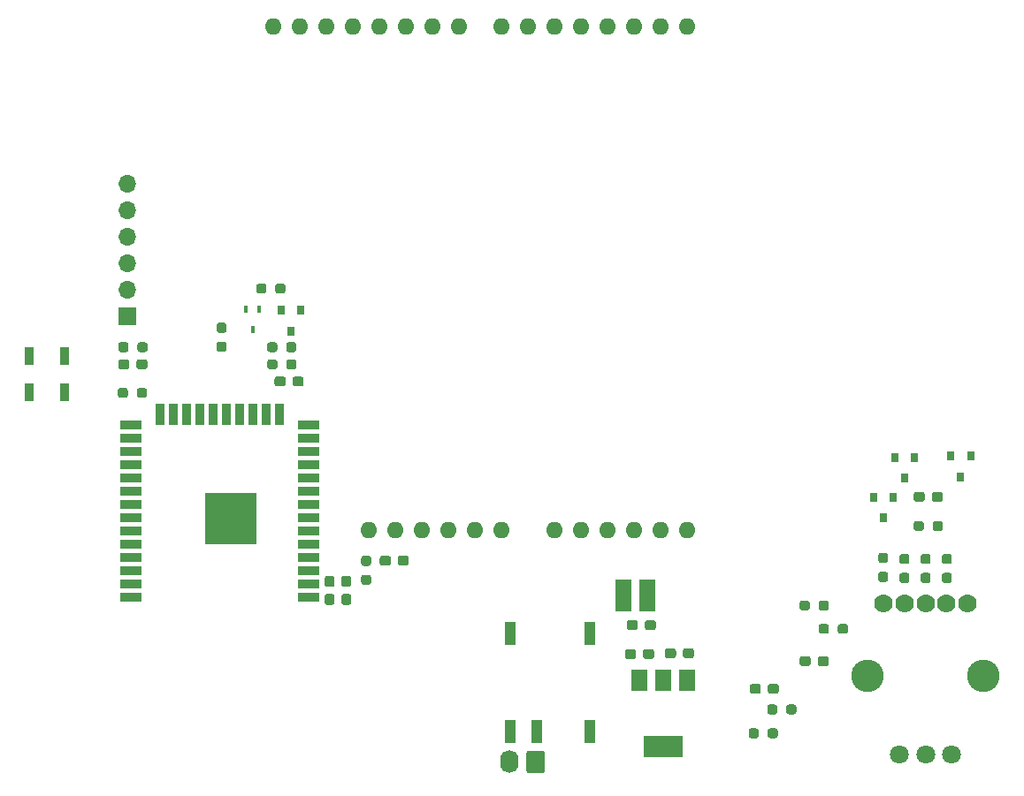
<source format=gbr>
%TF.GenerationSoftware,KiCad,Pcbnew,(5.1.7)-1*%
%TF.CreationDate,2020-12-15T16:08:46+01:00*%
%TF.ProjectId,EZ-PY32,455a2d50-5933-4322-9e6b-696361645f70,rev?*%
%TF.SameCoordinates,Original*%
%TF.FileFunction,Soldermask,Top*%
%TF.FilePolarity,Negative*%
%FSLAX46Y46*%
G04 Gerber Fmt 4.6, Leading zero omitted, Abs format (unit mm)*
G04 Created by KiCad (PCBNEW (5.1.7)-1) date 2020-12-15 16:08:46*
%MOMM*%
%LPD*%
G01*
G04 APERTURE LIST*
%ADD10C,1.800000*%
%ADD11C,1.778000*%
%ADD12C,3.116000*%
%ADD13O,1.600000X1.600000*%
%ADD14R,1.000000X2.300000*%
%ADD15R,5.000000X5.000000*%
%ADD16R,2.000000X0.900000*%
%ADD17R,0.900000X2.000000*%
%ADD18R,0.900000X1.700000*%
%ADD19R,1.500000X2.000000*%
%ADD20R,3.800000X2.000000*%
%ADD21R,0.800000X0.900000*%
%ADD22R,0.450000X0.700000*%
%ADD23O,1.740000X2.190000*%
%ADD24R,1.700000X1.700000*%
%ADD25O,1.700000X1.700000*%
%ADD26R,1.520000X3.050000*%
G04 APERTURE END LIST*
D10*
%TO.C,S1*%
X113260500Y-116974000D03*
X115760500Y-116974000D03*
X118260500Y-116974000D03*
D11*
X115760500Y-102474000D03*
X113760500Y-102474000D03*
D12*
X110210500Y-109474000D03*
X121310500Y-109474000D03*
D11*
X117760500Y-102474000D03*
X111760500Y-102474000D03*
X119760500Y-102474000D03*
%TD*%
%TO.C,C4*%
G36*
G01*
X89945360Y-104354380D02*
X89945360Y-104829380D01*
G75*
G02*
X89707860Y-105066880I-237500J0D01*
G01*
X89107860Y-105066880D01*
G75*
G02*
X88870360Y-104829380I0J237500D01*
G01*
X88870360Y-104354380D01*
G75*
G02*
X89107860Y-104116880I237500J0D01*
G01*
X89707860Y-104116880D01*
G75*
G02*
X89945360Y-104354380I0J-237500D01*
G01*
G37*
G36*
G01*
X88220360Y-104354380D02*
X88220360Y-104829380D01*
G75*
G02*
X87982860Y-105066880I-237500J0D01*
G01*
X87382860Y-105066880D01*
G75*
G02*
X87145360Y-104829380I0J237500D01*
G01*
X87145360Y-104354380D01*
G75*
G02*
X87382860Y-104116880I237500J0D01*
G01*
X87982860Y-104116880D01*
G75*
G02*
X88220360Y-104354380I0J-237500D01*
G01*
G37*
%TD*%
D13*
%TO.C,U4*%
X67513200Y-95504000D03*
X92913200Y-47244000D03*
X82753200Y-47244000D03*
X58373200Y-47244000D03*
X60913200Y-47244000D03*
X65993200Y-47244000D03*
X62433200Y-95504000D03*
X72593200Y-95504000D03*
X75133200Y-95504000D03*
X82753200Y-95504000D03*
X90373200Y-95504000D03*
X68533200Y-47244000D03*
X92913200Y-95504000D03*
X53293200Y-47244000D03*
X71073200Y-47244000D03*
X85293200Y-47244000D03*
X80213200Y-95504000D03*
X87833200Y-47244000D03*
X64973200Y-95504000D03*
X70053200Y-95504000D03*
X55833200Y-47244000D03*
X63453200Y-47244000D03*
X80213200Y-47244000D03*
X77673200Y-47244000D03*
X85293200Y-95504000D03*
X90373200Y-47244000D03*
X75133200Y-47244000D03*
X87833200Y-95504000D03*
%TD*%
D14*
%TO.C,U1*%
X76009500Y-114785500D03*
X78549500Y-114785500D03*
X83629500Y-114785500D03*
X76009500Y-105385500D03*
X83629500Y-105385500D03*
%TD*%
%TO.C,R10*%
G36*
G01*
X54539700Y-79843000D02*
X54539700Y-79368000D01*
G75*
G02*
X54777200Y-79130500I237500J0D01*
G01*
X55277200Y-79130500D01*
G75*
G02*
X55514700Y-79368000I0J-237500D01*
G01*
X55514700Y-79843000D01*
G75*
G02*
X55277200Y-80080500I-237500J0D01*
G01*
X54777200Y-80080500D01*
G75*
G02*
X54539700Y-79843000I0J237500D01*
G01*
G37*
G36*
G01*
X52714700Y-79843000D02*
X52714700Y-79368000D01*
G75*
G02*
X52952200Y-79130500I237500J0D01*
G01*
X53452200Y-79130500D01*
G75*
G02*
X53689700Y-79368000I0J-237500D01*
G01*
X53689700Y-79843000D01*
G75*
G02*
X53452200Y-80080500I-237500J0D01*
G01*
X52952200Y-80080500D01*
G75*
G02*
X52714700Y-79843000I0J237500D01*
G01*
G37*
%TD*%
%TO.C,R6*%
G36*
G01*
X113491000Y-99588500D02*
X113966000Y-99588500D01*
G75*
G02*
X114203500Y-99826000I0J-237500D01*
G01*
X114203500Y-100326000D01*
G75*
G02*
X113966000Y-100563500I-237500J0D01*
G01*
X113491000Y-100563500D01*
G75*
G02*
X113253500Y-100326000I0J237500D01*
G01*
X113253500Y-99826000D01*
G75*
G02*
X113491000Y-99588500I237500J0D01*
G01*
G37*
G36*
G01*
X113491000Y-97763500D02*
X113966000Y-97763500D01*
G75*
G02*
X114203500Y-98001000I0J-237500D01*
G01*
X114203500Y-98501000D01*
G75*
G02*
X113966000Y-98738500I-237500J0D01*
G01*
X113491000Y-98738500D01*
G75*
G02*
X113253500Y-98501000I0J237500D01*
G01*
X113253500Y-98001000D01*
G75*
G02*
X113491000Y-97763500I237500J0D01*
G01*
G37*
%TD*%
%TO.C,R5*%
G36*
G01*
X111459000Y-99485000D02*
X111934000Y-99485000D01*
G75*
G02*
X112171500Y-99722500I0J-237500D01*
G01*
X112171500Y-100222500D01*
G75*
G02*
X111934000Y-100460000I-237500J0D01*
G01*
X111459000Y-100460000D01*
G75*
G02*
X111221500Y-100222500I0J237500D01*
G01*
X111221500Y-99722500D01*
G75*
G02*
X111459000Y-99485000I237500J0D01*
G01*
G37*
G36*
G01*
X111459000Y-97660000D02*
X111934000Y-97660000D01*
G75*
G02*
X112171500Y-97897500I0J-237500D01*
G01*
X112171500Y-98397500D01*
G75*
G02*
X111934000Y-98635000I-237500J0D01*
G01*
X111459000Y-98635000D01*
G75*
G02*
X111221500Y-98397500I0J237500D01*
G01*
X111221500Y-97897500D01*
G75*
G02*
X111459000Y-97660000I237500J0D01*
G01*
G37*
%TD*%
D15*
%TO.C,U3*%
X49196500Y-94417500D03*
D16*
X56696500Y-101917500D03*
X56696500Y-100647500D03*
X56696500Y-99377500D03*
X56696500Y-98107500D03*
X56696500Y-96837500D03*
X56696500Y-95567500D03*
X56696500Y-94297500D03*
X56696500Y-93027500D03*
X56696500Y-91757500D03*
X56696500Y-90487500D03*
X56696500Y-89217500D03*
X56696500Y-87947500D03*
X56696500Y-86677500D03*
X56696500Y-85407500D03*
D17*
X53911500Y-84407500D03*
X52641500Y-84407500D03*
X51371500Y-84407500D03*
X50101500Y-84407500D03*
X48831500Y-84407500D03*
X47561500Y-84407500D03*
X46291500Y-84407500D03*
X45021500Y-84407500D03*
X43751500Y-84407500D03*
X42481500Y-84407500D03*
D16*
X39696500Y-85407500D03*
X39696500Y-86677500D03*
X39696500Y-87947500D03*
X39696500Y-89217500D03*
X39696500Y-90487500D03*
X39696500Y-91757500D03*
X39696500Y-93027500D03*
X39696500Y-94297500D03*
X39696500Y-95567500D03*
X39696500Y-96837500D03*
X39696500Y-98107500D03*
X39696500Y-99377500D03*
X39696500Y-100647500D03*
X39696500Y-101917500D03*
%TD*%
D18*
%TO.C,SW1*%
X33323000Y-78803500D03*
X29923000Y-78803500D03*
%TD*%
%TO.C,R14*%
G36*
G01*
X39440300Y-77717000D02*
X39440300Y-78192000D01*
G75*
G02*
X39202800Y-78429500I-237500J0D01*
G01*
X38702800Y-78429500D01*
G75*
G02*
X38465300Y-78192000I0J237500D01*
G01*
X38465300Y-77717000D01*
G75*
G02*
X38702800Y-77479500I237500J0D01*
G01*
X39202800Y-77479500D01*
G75*
G02*
X39440300Y-77717000I0J-237500D01*
G01*
G37*
G36*
G01*
X41265300Y-77717000D02*
X41265300Y-78192000D01*
G75*
G02*
X41027800Y-78429500I-237500J0D01*
G01*
X40527800Y-78429500D01*
G75*
G02*
X40290300Y-78192000I0J237500D01*
G01*
X40290300Y-77717000D01*
G75*
G02*
X40527800Y-77479500I237500J0D01*
G01*
X41027800Y-77479500D01*
G75*
G02*
X41265300Y-77717000I0J-237500D01*
G01*
G37*
%TD*%
%TO.C,C3*%
G36*
G01*
X116339500Y-92543000D02*
X116339500Y-92068000D01*
G75*
G02*
X116577000Y-91830500I237500J0D01*
G01*
X117177000Y-91830500D01*
G75*
G02*
X117414500Y-92068000I0J-237500D01*
G01*
X117414500Y-92543000D01*
G75*
G02*
X117177000Y-92780500I-237500J0D01*
G01*
X116577000Y-92780500D01*
G75*
G02*
X116339500Y-92543000I0J237500D01*
G01*
G37*
G36*
G01*
X114614500Y-92543000D02*
X114614500Y-92068000D01*
G75*
G02*
X114852000Y-91830500I237500J0D01*
G01*
X115452000Y-91830500D01*
G75*
G02*
X115689500Y-92068000I0J-237500D01*
G01*
X115689500Y-92543000D01*
G75*
G02*
X115452000Y-92780500I-237500J0D01*
G01*
X114852000Y-92780500D01*
G75*
G02*
X114614500Y-92543000I0J237500D01*
G01*
G37*
%TD*%
%TO.C,C9*%
G36*
G01*
X39540300Y-79368000D02*
X39540300Y-79843000D01*
G75*
G02*
X39302800Y-80080500I-237500J0D01*
G01*
X38702800Y-80080500D01*
G75*
G02*
X38465300Y-79843000I0J237500D01*
G01*
X38465300Y-79368000D01*
G75*
G02*
X38702800Y-79130500I237500J0D01*
G01*
X39302800Y-79130500D01*
G75*
G02*
X39540300Y-79368000I0J-237500D01*
G01*
G37*
G36*
G01*
X41265300Y-79368000D02*
X41265300Y-79843000D01*
G75*
G02*
X41027800Y-80080500I-237500J0D01*
G01*
X40427800Y-80080500D01*
G75*
G02*
X40190300Y-79843000I0J237500D01*
G01*
X40190300Y-79368000D01*
G75*
G02*
X40427800Y-79130500I237500J0D01*
G01*
X41027800Y-79130500D01*
G75*
G02*
X41265300Y-79368000I0J-237500D01*
G01*
G37*
%TD*%
%TO.C,R11*%
G36*
G01*
X53689700Y-77717000D02*
X53689700Y-78192000D01*
G75*
G02*
X53452200Y-78429500I-237500J0D01*
G01*
X52952200Y-78429500D01*
G75*
G02*
X52714700Y-78192000I0J237500D01*
G01*
X52714700Y-77717000D01*
G75*
G02*
X52952200Y-77479500I237500J0D01*
G01*
X53452200Y-77479500D01*
G75*
G02*
X53689700Y-77717000I0J-237500D01*
G01*
G37*
G36*
G01*
X55514700Y-77717000D02*
X55514700Y-78192000D01*
G75*
G02*
X55277200Y-78429500I-237500J0D01*
G01*
X54777200Y-78429500D01*
G75*
G02*
X54539700Y-78192000I0J237500D01*
G01*
X54539700Y-77717000D01*
G75*
G02*
X54777200Y-77479500I237500J0D01*
G01*
X55277200Y-77479500D01*
G75*
G02*
X55514700Y-77717000I0J-237500D01*
G01*
G37*
%TD*%
%TO.C,R15*%
G36*
G01*
X39389500Y-82111200D02*
X39389500Y-82586200D01*
G75*
G02*
X39152000Y-82823700I-237500J0D01*
G01*
X38652000Y-82823700D01*
G75*
G02*
X38414500Y-82586200I0J237500D01*
G01*
X38414500Y-82111200D01*
G75*
G02*
X38652000Y-81873700I237500J0D01*
G01*
X39152000Y-81873700D01*
G75*
G02*
X39389500Y-82111200I0J-237500D01*
G01*
G37*
G36*
G01*
X41214500Y-82111200D02*
X41214500Y-82586200D01*
G75*
G02*
X40977000Y-82823700I-237500J0D01*
G01*
X40477000Y-82823700D01*
G75*
G02*
X40239500Y-82586200I0J237500D01*
G01*
X40239500Y-82111200D01*
G75*
G02*
X40477000Y-81873700I237500J0D01*
G01*
X40977000Y-81873700D01*
G75*
G02*
X41214500Y-82111200I0J-237500D01*
G01*
G37*
%TD*%
%TO.C,C1*%
G36*
G01*
X99992300Y-110457600D02*
X99992300Y-110932600D01*
G75*
G02*
X99754800Y-111170100I-237500J0D01*
G01*
X99154800Y-111170100D01*
G75*
G02*
X98917300Y-110932600I0J237500D01*
G01*
X98917300Y-110457600D01*
G75*
G02*
X99154800Y-110220100I237500J0D01*
G01*
X99754800Y-110220100D01*
G75*
G02*
X99992300Y-110457600I0J-237500D01*
G01*
G37*
G36*
G01*
X101717300Y-110457600D02*
X101717300Y-110932600D01*
G75*
G02*
X101479800Y-111170100I-237500J0D01*
G01*
X100879800Y-111170100D01*
G75*
G02*
X100642300Y-110932600I0J237500D01*
G01*
X100642300Y-110457600D01*
G75*
G02*
X100879800Y-110220100I237500J0D01*
G01*
X101479800Y-110220100D01*
G75*
G02*
X101717300Y-110457600I0J-237500D01*
G01*
G37*
%TD*%
%TO.C,C2*%
G36*
G01*
X104767500Y-107816000D02*
X104767500Y-108291000D01*
G75*
G02*
X104530000Y-108528500I-237500J0D01*
G01*
X103930000Y-108528500D01*
G75*
G02*
X103692500Y-108291000I0J237500D01*
G01*
X103692500Y-107816000D01*
G75*
G02*
X103930000Y-107578500I237500J0D01*
G01*
X104530000Y-107578500D01*
G75*
G02*
X104767500Y-107816000I0J-237500D01*
G01*
G37*
G36*
G01*
X106492500Y-107816000D02*
X106492500Y-108291000D01*
G75*
G02*
X106255000Y-108528500I-237500J0D01*
G01*
X105655000Y-108528500D01*
G75*
G02*
X105417500Y-108291000I0J237500D01*
G01*
X105417500Y-107816000D01*
G75*
G02*
X105655000Y-107578500I237500J0D01*
G01*
X106255000Y-107578500D01*
G75*
G02*
X106492500Y-107816000I0J-237500D01*
G01*
G37*
%TD*%
%TO.C,C6*%
G36*
G01*
X88045360Y-107129380D02*
X88045360Y-107604380D01*
G75*
G02*
X87807860Y-107841880I-237500J0D01*
G01*
X87207860Y-107841880D01*
G75*
G02*
X86970360Y-107604380I0J237500D01*
G01*
X86970360Y-107129380D01*
G75*
G02*
X87207860Y-106891880I237500J0D01*
G01*
X87807860Y-106891880D01*
G75*
G02*
X88045360Y-107129380I0J-237500D01*
G01*
G37*
G36*
G01*
X89770360Y-107129380D02*
X89770360Y-107604380D01*
G75*
G02*
X89532860Y-107841880I-237500J0D01*
G01*
X88932860Y-107841880D01*
G75*
G02*
X88695360Y-107604380I0J237500D01*
G01*
X88695360Y-107129380D01*
G75*
G02*
X88932860Y-106891880I237500J0D01*
G01*
X89532860Y-106891880D01*
G75*
G02*
X89770360Y-107129380I0J-237500D01*
G01*
G37*
%TD*%
%TO.C,C7*%
G36*
G01*
X92520360Y-107529380D02*
X92520360Y-107054380D01*
G75*
G02*
X92757860Y-106816880I237500J0D01*
G01*
X93357860Y-106816880D01*
G75*
G02*
X93595360Y-107054380I0J-237500D01*
G01*
X93595360Y-107529380D01*
G75*
G02*
X93357860Y-107766880I-237500J0D01*
G01*
X92757860Y-107766880D01*
G75*
G02*
X92520360Y-107529380I0J237500D01*
G01*
G37*
G36*
G01*
X90795360Y-107529380D02*
X90795360Y-107054380D01*
G75*
G02*
X91032860Y-106816880I237500J0D01*
G01*
X91632860Y-106816880D01*
G75*
G02*
X91870360Y-107054380I0J-237500D01*
G01*
X91870360Y-107529380D01*
G75*
G02*
X91632860Y-107766880I-237500J0D01*
G01*
X91032860Y-107766880D01*
G75*
G02*
X90795360Y-107529380I0J237500D01*
G01*
G37*
%TD*%
%TO.C,C8*%
G36*
G01*
X54495360Y-81004380D02*
X54495360Y-81479380D01*
G75*
G02*
X54257860Y-81716880I-237500J0D01*
G01*
X53657860Y-81716880D01*
G75*
G02*
X53420360Y-81479380I0J237500D01*
G01*
X53420360Y-81004380D01*
G75*
G02*
X53657860Y-80766880I237500J0D01*
G01*
X54257860Y-80766880D01*
G75*
G02*
X54495360Y-81004380I0J-237500D01*
G01*
G37*
G36*
G01*
X56220360Y-81004380D02*
X56220360Y-81479380D01*
G75*
G02*
X55982860Y-81716880I-237500J0D01*
G01*
X55382860Y-81716880D01*
G75*
G02*
X55145360Y-81479380I0J237500D01*
G01*
X55145360Y-81004380D01*
G75*
G02*
X55382860Y-80766880I237500J0D01*
G01*
X55982860Y-80766880D01*
G75*
G02*
X56220360Y-81004380I0J-237500D01*
G01*
G37*
%TD*%
%TO.C,C10*%
G36*
G01*
X60057860Y-101591880D02*
X60532860Y-101591880D01*
G75*
G02*
X60770360Y-101829380I0J-237500D01*
G01*
X60770360Y-102429380D01*
G75*
G02*
X60532860Y-102666880I-237500J0D01*
G01*
X60057860Y-102666880D01*
G75*
G02*
X59820360Y-102429380I0J237500D01*
G01*
X59820360Y-101829380D01*
G75*
G02*
X60057860Y-101591880I237500J0D01*
G01*
G37*
G36*
G01*
X60057860Y-99866880D02*
X60532860Y-99866880D01*
G75*
G02*
X60770360Y-100104380I0J-237500D01*
G01*
X60770360Y-100704380D01*
G75*
G02*
X60532860Y-100941880I-237500J0D01*
G01*
X60057860Y-100941880D01*
G75*
G02*
X59820360Y-100704380I0J237500D01*
G01*
X59820360Y-100104380D01*
G75*
G02*
X60057860Y-99866880I237500J0D01*
G01*
G37*
%TD*%
%TO.C,C12*%
G36*
G01*
X58457860Y-101591880D02*
X58932860Y-101591880D01*
G75*
G02*
X59170360Y-101829380I0J-237500D01*
G01*
X59170360Y-102429380D01*
G75*
G02*
X58932860Y-102666880I-237500J0D01*
G01*
X58457860Y-102666880D01*
G75*
G02*
X58220360Y-102429380I0J237500D01*
G01*
X58220360Y-101829380D01*
G75*
G02*
X58457860Y-101591880I237500J0D01*
G01*
G37*
G36*
G01*
X58457860Y-99866880D02*
X58932860Y-99866880D01*
G75*
G02*
X59170360Y-100104380I0J-237500D01*
G01*
X59170360Y-100704380D01*
G75*
G02*
X58932860Y-100941880I-237500J0D01*
G01*
X58457860Y-100941880D01*
G75*
G02*
X58220360Y-100704380I0J237500D01*
G01*
X58220360Y-100104380D01*
G75*
G02*
X58457860Y-99866880I237500J0D01*
G01*
G37*
%TD*%
%TO.C,R1*%
G36*
G01*
X102418700Y-112913800D02*
X102418700Y-112438800D01*
G75*
G02*
X102656200Y-112201300I237500J0D01*
G01*
X103156200Y-112201300D01*
G75*
G02*
X103393700Y-112438800I0J-237500D01*
G01*
X103393700Y-112913800D01*
G75*
G02*
X103156200Y-113151300I-237500J0D01*
G01*
X102656200Y-113151300D01*
G75*
G02*
X102418700Y-112913800I0J237500D01*
G01*
G37*
G36*
G01*
X100593700Y-112913800D02*
X100593700Y-112438800D01*
G75*
G02*
X100831200Y-112201300I237500J0D01*
G01*
X101331200Y-112201300D01*
G75*
G02*
X101568700Y-112438800I0J-237500D01*
G01*
X101568700Y-112913800D01*
G75*
G02*
X101331200Y-113151300I-237500J0D01*
G01*
X100831200Y-113151300D01*
G75*
G02*
X100593700Y-112913800I0J237500D01*
G01*
G37*
%TD*%
%TO.C,R2*%
G36*
G01*
X107346300Y-105192200D02*
X107346300Y-104717200D01*
G75*
G02*
X107583800Y-104479700I237500J0D01*
G01*
X108083800Y-104479700D01*
G75*
G02*
X108321300Y-104717200I0J-237500D01*
G01*
X108321300Y-105192200D01*
G75*
G02*
X108083800Y-105429700I-237500J0D01*
G01*
X107583800Y-105429700D01*
G75*
G02*
X107346300Y-105192200I0J237500D01*
G01*
G37*
G36*
G01*
X105521300Y-105192200D02*
X105521300Y-104717200D01*
G75*
G02*
X105758800Y-104479700I237500J0D01*
G01*
X106258800Y-104479700D01*
G75*
G02*
X106496300Y-104717200I0J-237500D01*
G01*
X106496300Y-105192200D01*
G75*
G02*
X106258800Y-105429700I-237500J0D01*
G01*
X105758800Y-105429700D01*
G75*
G02*
X105521300Y-105192200I0J237500D01*
G01*
G37*
%TD*%
%TO.C,R3*%
G36*
G01*
X100640700Y-115199800D02*
X100640700Y-114724800D01*
G75*
G02*
X100878200Y-114487300I237500J0D01*
G01*
X101378200Y-114487300D01*
G75*
G02*
X101615700Y-114724800I0J-237500D01*
G01*
X101615700Y-115199800D01*
G75*
G02*
X101378200Y-115437300I-237500J0D01*
G01*
X100878200Y-115437300D01*
G75*
G02*
X100640700Y-115199800I0J237500D01*
G01*
G37*
G36*
G01*
X98815700Y-115199800D02*
X98815700Y-114724800D01*
G75*
G02*
X99053200Y-114487300I237500J0D01*
G01*
X99553200Y-114487300D01*
G75*
G02*
X99790700Y-114724800I0J-237500D01*
G01*
X99790700Y-115199800D01*
G75*
G02*
X99553200Y-115437300I-237500J0D01*
G01*
X99053200Y-115437300D01*
G75*
G02*
X98815700Y-115199800I0J237500D01*
G01*
G37*
%TD*%
%TO.C,R4*%
G36*
G01*
X104667500Y-102482000D02*
X104667500Y-102957000D01*
G75*
G02*
X104430000Y-103194500I-237500J0D01*
G01*
X103930000Y-103194500D01*
G75*
G02*
X103692500Y-102957000I0J237500D01*
G01*
X103692500Y-102482000D01*
G75*
G02*
X103930000Y-102244500I237500J0D01*
G01*
X104430000Y-102244500D01*
G75*
G02*
X104667500Y-102482000I0J-237500D01*
G01*
G37*
G36*
G01*
X106492500Y-102482000D02*
X106492500Y-102957000D01*
G75*
G02*
X106255000Y-103194500I-237500J0D01*
G01*
X105755000Y-103194500D01*
G75*
G02*
X105517500Y-102957000I0J237500D01*
G01*
X105517500Y-102482000D01*
G75*
G02*
X105755000Y-102244500I237500J0D01*
G01*
X106255000Y-102244500D01*
G75*
G02*
X106492500Y-102482000I0J-237500D01*
G01*
G37*
%TD*%
%TO.C,R8*%
G36*
G01*
X115523000Y-99588500D02*
X115998000Y-99588500D01*
G75*
G02*
X116235500Y-99826000I0J-237500D01*
G01*
X116235500Y-100326000D01*
G75*
G02*
X115998000Y-100563500I-237500J0D01*
G01*
X115523000Y-100563500D01*
G75*
G02*
X115285500Y-100326000I0J237500D01*
G01*
X115285500Y-99826000D01*
G75*
G02*
X115523000Y-99588500I237500J0D01*
G01*
G37*
G36*
G01*
X115523000Y-97763500D02*
X115998000Y-97763500D01*
G75*
G02*
X116235500Y-98001000I0J-237500D01*
G01*
X116235500Y-98501000D01*
G75*
G02*
X115998000Y-98738500I-237500J0D01*
G01*
X115523000Y-98738500D01*
G75*
G02*
X115285500Y-98501000I0J237500D01*
G01*
X115285500Y-98001000D01*
G75*
G02*
X115523000Y-97763500I237500J0D01*
G01*
G37*
%TD*%
%TO.C,R9*%
G36*
G01*
X116439500Y-95337000D02*
X116439500Y-94862000D01*
G75*
G02*
X116677000Y-94624500I237500J0D01*
G01*
X117177000Y-94624500D01*
G75*
G02*
X117414500Y-94862000I0J-237500D01*
G01*
X117414500Y-95337000D01*
G75*
G02*
X117177000Y-95574500I-237500J0D01*
G01*
X116677000Y-95574500D01*
G75*
G02*
X116439500Y-95337000I0J237500D01*
G01*
G37*
G36*
G01*
X114614500Y-95337000D02*
X114614500Y-94862000D01*
G75*
G02*
X114852000Y-94624500I237500J0D01*
G01*
X115352000Y-94624500D01*
G75*
G02*
X115589500Y-94862000I0J-237500D01*
G01*
X115589500Y-95337000D01*
G75*
G02*
X115352000Y-95574500I-237500J0D01*
G01*
X114852000Y-95574500D01*
G75*
G02*
X114614500Y-95337000I0J237500D01*
G01*
G37*
%TD*%
%TO.C,R7*%
G36*
G01*
X117555000Y-99588500D02*
X118030000Y-99588500D01*
G75*
G02*
X118267500Y-99826000I0J-237500D01*
G01*
X118267500Y-100326000D01*
G75*
G02*
X118030000Y-100563500I-237500J0D01*
G01*
X117555000Y-100563500D01*
G75*
G02*
X117317500Y-100326000I0J237500D01*
G01*
X117317500Y-99826000D01*
G75*
G02*
X117555000Y-99588500I237500J0D01*
G01*
G37*
G36*
G01*
X117555000Y-97763500D02*
X118030000Y-97763500D01*
G75*
G02*
X118267500Y-98001000I0J-237500D01*
G01*
X118267500Y-98501000D01*
G75*
G02*
X118030000Y-98738500I-237500J0D01*
G01*
X117555000Y-98738500D01*
G75*
G02*
X117317500Y-98501000I0J237500D01*
G01*
X117317500Y-98001000D01*
G75*
G02*
X117555000Y-97763500I237500J0D01*
G01*
G37*
%TD*%
D19*
%TO.C,U2*%
X92964500Y-109892500D03*
X88364500Y-109892500D03*
X90664500Y-109892500D03*
D20*
X90664500Y-116192500D03*
%TD*%
D21*
%TO.C,Q4*%
X55003700Y-76414500D03*
X54053700Y-74414500D03*
X55953700Y-74414500D03*
%TD*%
D22*
%TO.C,Q5*%
X51320700Y-76287500D03*
X50670700Y-74287500D03*
X51970700Y-74287500D03*
%TD*%
%TO.C,R12*%
G36*
G01*
X48111400Y-77439700D02*
X48586400Y-77439700D01*
G75*
G02*
X48823900Y-77677200I0J-237500D01*
G01*
X48823900Y-78177200D01*
G75*
G02*
X48586400Y-78414700I-237500J0D01*
G01*
X48111400Y-78414700D01*
G75*
G02*
X47873900Y-78177200I0J237500D01*
G01*
X47873900Y-77677200D01*
G75*
G02*
X48111400Y-77439700I237500J0D01*
G01*
G37*
G36*
G01*
X48111400Y-75614700D02*
X48586400Y-75614700D01*
G75*
G02*
X48823900Y-75852200I0J-237500D01*
G01*
X48823900Y-76352200D01*
G75*
G02*
X48586400Y-76589700I-237500J0D01*
G01*
X48111400Y-76589700D01*
G75*
G02*
X47873900Y-76352200I0J237500D01*
G01*
X47873900Y-75852200D01*
G75*
G02*
X48111400Y-75614700I237500J0D01*
G01*
G37*
%TD*%
%TO.C,R13*%
G36*
G01*
X54473300Y-72103600D02*
X54473300Y-72578600D01*
G75*
G02*
X54235800Y-72816100I-237500J0D01*
G01*
X53735800Y-72816100D01*
G75*
G02*
X53498300Y-72578600I0J237500D01*
G01*
X53498300Y-72103600D01*
G75*
G02*
X53735800Y-71866100I237500J0D01*
G01*
X54235800Y-71866100D01*
G75*
G02*
X54473300Y-72103600I0J-237500D01*
G01*
G37*
G36*
G01*
X52648300Y-72103600D02*
X52648300Y-72578600D01*
G75*
G02*
X52410800Y-72816100I-237500J0D01*
G01*
X51910800Y-72816100D01*
G75*
G02*
X51673300Y-72578600I0J237500D01*
G01*
X51673300Y-72103600D01*
G75*
G02*
X51910800Y-71866100I237500J0D01*
G01*
X52410800Y-71866100D01*
G75*
G02*
X52648300Y-72103600I0J-237500D01*
G01*
G37*
%TD*%
%TO.C,J1*%
G36*
G01*
X79292500Y-116860499D02*
X79292500Y-118550501D01*
G75*
G02*
X79042501Y-118800500I-249999J0D01*
G01*
X77802499Y-118800500D01*
G75*
G02*
X77552500Y-118550501I0J249999D01*
G01*
X77552500Y-116860499D01*
G75*
G02*
X77802499Y-116610500I249999J0D01*
G01*
X79042501Y-116610500D01*
G75*
G02*
X79292500Y-116860499I0J-249999D01*
G01*
G37*
D23*
X75882500Y-117705500D03*
%TD*%
D24*
%TO.C,J2*%
X39370000Y-74993500D03*
D25*
X39370000Y-72453500D03*
X39370000Y-69913500D03*
X39370000Y-67373500D03*
X39370000Y-64833500D03*
X39370000Y-62293500D03*
%TD*%
D21*
%TO.C,Q1*%
X120063300Y-88375100D03*
X118163300Y-88375100D03*
X119113300Y-90375100D03*
%TD*%
%TO.C,Q2*%
X113728500Y-90511500D03*
X112778500Y-88511500D03*
X114678500Y-88511500D03*
%TD*%
%TO.C,Q3*%
X112646500Y-92321500D03*
X110746500Y-92321500D03*
X111696500Y-94321500D03*
%TD*%
D18*
%TO.C,SW2*%
X29923000Y-82296000D03*
X33323000Y-82296000D03*
%TD*%
%TO.C,C5*%
G36*
G01*
X65220360Y-98654380D02*
X65220360Y-98179380D01*
G75*
G02*
X65457860Y-97941880I237500J0D01*
G01*
X66057860Y-97941880D01*
G75*
G02*
X66295360Y-98179380I0J-237500D01*
G01*
X66295360Y-98654380D01*
G75*
G02*
X66057860Y-98891880I-237500J0D01*
G01*
X65457860Y-98891880D01*
G75*
G02*
X65220360Y-98654380I0J237500D01*
G01*
G37*
G36*
G01*
X63495360Y-98654380D02*
X63495360Y-98179380D01*
G75*
G02*
X63732860Y-97941880I237500J0D01*
G01*
X64332860Y-97941880D01*
G75*
G02*
X64570360Y-98179380I0J-237500D01*
G01*
X64570360Y-98654380D01*
G75*
G02*
X64332860Y-98891880I-237500J0D01*
G01*
X63732860Y-98891880D01*
G75*
G02*
X63495360Y-98654380I0J237500D01*
G01*
G37*
%TD*%
%TO.C,R17*%
G36*
G01*
X62432860Y-100741880D02*
X61957860Y-100741880D01*
G75*
G02*
X61720360Y-100504380I0J237500D01*
G01*
X61720360Y-100004380D01*
G75*
G02*
X61957860Y-99766880I237500J0D01*
G01*
X62432860Y-99766880D01*
G75*
G02*
X62670360Y-100004380I0J-237500D01*
G01*
X62670360Y-100504380D01*
G75*
G02*
X62432860Y-100741880I-237500J0D01*
G01*
G37*
G36*
G01*
X62432860Y-98916880D02*
X61957860Y-98916880D01*
G75*
G02*
X61720360Y-98679380I0J237500D01*
G01*
X61720360Y-98179380D01*
G75*
G02*
X61957860Y-97941880I237500J0D01*
G01*
X62432860Y-97941880D01*
G75*
G02*
X62670360Y-98179380I0J-237500D01*
G01*
X62670360Y-98679380D01*
G75*
G02*
X62432860Y-98916880I-237500J0D01*
G01*
G37*
%TD*%
D26*
%TO.C,L1*%
X89115360Y-101716880D03*
X86825360Y-101716880D03*
%TD*%
M02*

</source>
